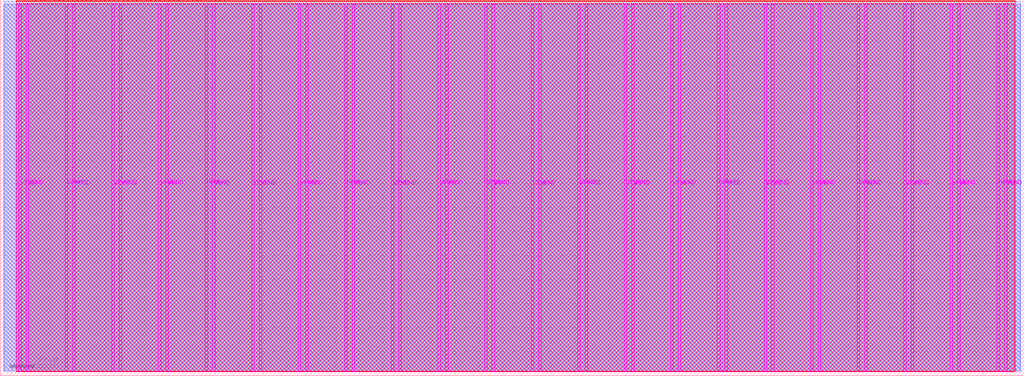
<source format=lef>
VERSION 5.7 ;
  NOWIREEXTENSIONATPIN ON ;
  DIVIDERCHAR "/" ;
  BUSBITCHARS "[]" ;
MACRO tt_um_tt_tinyQV
  CLASS BLOCK ;
  FOREIGN tt_um_tt_tinyQV ;
  ORIGIN 0.000 0.000 ;
  SIZE 854.400 BY 313.740 ;
  PIN VGND
    DIRECTION INOUT ;
    USE GROUND ;
    PORT
      LAYER TopMetal1 ;
        RECT 21.580 3.150 23.780 310.180 ;
    END
    PORT
      LAYER TopMetal1 ;
        RECT 60.450 3.150 62.650 310.180 ;
    END
    PORT
      LAYER TopMetal1 ;
        RECT 99.320 3.150 101.520 310.180 ;
    END
    PORT
      LAYER TopMetal1 ;
        RECT 138.190 3.150 140.390 310.180 ;
    END
    PORT
      LAYER TopMetal1 ;
        RECT 177.060 3.150 179.260 310.180 ;
    END
    PORT
      LAYER TopMetal1 ;
        RECT 215.930 3.150 218.130 310.180 ;
    END
    PORT
      LAYER TopMetal1 ;
        RECT 254.800 3.150 257.000 310.180 ;
    END
    PORT
      LAYER TopMetal1 ;
        RECT 293.670 3.150 295.870 310.180 ;
    END
    PORT
      LAYER TopMetal1 ;
        RECT 332.540 3.150 334.740 310.180 ;
    END
    PORT
      LAYER TopMetal1 ;
        RECT 371.410 3.150 373.610 310.180 ;
    END
    PORT
      LAYER TopMetal1 ;
        RECT 410.280 3.150 412.480 310.180 ;
    END
    PORT
      LAYER TopMetal1 ;
        RECT 449.150 3.150 451.350 310.180 ;
    END
    PORT
      LAYER TopMetal1 ;
        RECT 488.020 3.150 490.220 310.180 ;
    END
    PORT
      LAYER TopMetal1 ;
        RECT 526.890 3.150 529.090 310.180 ;
    END
    PORT
      LAYER TopMetal1 ;
        RECT 565.760 3.150 567.960 310.180 ;
    END
    PORT
      LAYER TopMetal1 ;
        RECT 604.630 3.150 606.830 310.180 ;
    END
    PORT
      LAYER TopMetal1 ;
        RECT 643.500 3.150 645.700 310.180 ;
    END
    PORT
      LAYER TopMetal1 ;
        RECT 682.370 3.150 684.570 310.180 ;
    END
    PORT
      LAYER TopMetal1 ;
        RECT 721.240 3.150 723.440 310.180 ;
    END
    PORT
      LAYER TopMetal1 ;
        RECT 760.110 3.150 762.310 310.180 ;
    END
    PORT
      LAYER TopMetal1 ;
        RECT 798.980 3.150 801.180 310.180 ;
    END
    PORT
      LAYER TopMetal1 ;
        RECT 837.850 3.150 840.050 310.180 ;
    END
  END VGND
  PIN VPWR
    DIRECTION INOUT ;
    USE POWER ;
    PORT
      LAYER TopMetal1 ;
        RECT 15.380 3.560 17.580 310.590 ;
    END
    PORT
      LAYER TopMetal1 ;
        RECT 54.250 3.560 56.450 310.590 ;
    END
    PORT
      LAYER TopMetal1 ;
        RECT 93.120 3.560 95.320 310.590 ;
    END
    PORT
      LAYER TopMetal1 ;
        RECT 131.990 3.560 134.190 310.590 ;
    END
    PORT
      LAYER TopMetal1 ;
        RECT 170.860 3.560 173.060 310.590 ;
    END
    PORT
      LAYER TopMetal1 ;
        RECT 209.730 3.560 211.930 310.590 ;
    END
    PORT
      LAYER TopMetal1 ;
        RECT 248.600 3.560 250.800 310.590 ;
    END
    PORT
      LAYER TopMetal1 ;
        RECT 287.470 3.560 289.670 310.590 ;
    END
    PORT
      LAYER TopMetal1 ;
        RECT 326.340 3.560 328.540 310.590 ;
    END
    PORT
      LAYER TopMetal1 ;
        RECT 365.210 3.560 367.410 310.590 ;
    END
    PORT
      LAYER TopMetal1 ;
        RECT 404.080 3.560 406.280 310.590 ;
    END
    PORT
      LAYER TopMetal1 ;
        RECT 442.950 3.560 445.150 310.590 ;
    END
    PORT
      LAYER TopMetal1 ;
        RECT 481.820 3.560 484.020 310.590 ;
    END
    PORT
      LAYER TopMetal1 ;
        RECT 520.690 3.560 522.890 310.590 ;
    END
    PORT
      LAYER TopMetal1 ;
        RECT 559.560 3.560 561.760 310.590 ;
    END
    PORT
      LAYER TopMetal1 ;
        RECT 598.430 3.560 600.630 310.590 ;
    END
    PORT
      LAYER TopMetal1 ;
        RECT 637.300 3.560 639.500 310.590 ;
    END
    PORT
      LAYER TopMetal1 ;
        RECT 676.170 3.560 678.370 310.590 ;
    END
    PORT
      LAYER TopMetal1 ;
        RECT 715.040 3.560 717.240 310.590 ;
    END
    PORT
      LAYER TopMetal1 ;
        RECT 753.910 3.560 756.110 310.590 ;
    END
    PORT
      LAYER TopMetal1 ;
        RECT 792.780 3.560 794.980 310.590 ;
    END
    PORT
      LAYER TopMetal1 ;
        RECT 831.650 3.560 833.850 310.590 ;
    END
  END VPWR
  PIN clk
    DIRECTION INPUT ;
    USE SIGNAL ;
    ANTENNAGATEAREA 1.450800 ;
    PORT
      LAYER Metal4 ;
        RECT 187.050 312.740 187.350 313.740 ;
    END
  END clk
  PIN ena
    DIRECTION INPUT ;
    USE SIGNAL ;
    PORT
      LAYER Metal4 ;
        RECT 190.890 312.740 191.190 313.740 ;
    END
  END ena
  PIN rst_n
    DIRECTION INPUT ;
    USE SIGNAL ;
    ANTENNAGATEAREA 0.213200 ;
    PORT
      LAYER Metal4 ;
        RECT 183.210 312.740 183.510 313.740 ;
    END
  END rst_n
  PIN ui_in[0]
    DIRECTION INPUT ;
    USE SIGNAL ;
    ANTENNAGATEAREA 0.180700 ;
    PORT
      LAYER Metal4 ;
        RECT 179.370 312.740 179.670 313.740 ;
    END
  END ui_in[0]
  PIN ui_in[1]
    DIRECTION INPUT ;
    USE SIGNAL ;
    ANTENNAGATEAREA 0.180700 ;
    PORT
      LAYER Metal4 ;
        RECT 175.530 312.740 175.830 313.740 ;
    END
  END ui_in[1]
  PIN ui_in[2]
    DIRECTION INPUT ;
    USE SIGNAL ;
    ANTENNAGATEAREA 0.180700 ;
    PORT
      LAYER Metal4 ;
        RECT 171.690 312.740 171.990 313.740 ;
    END
  END ui_in[2]
  PIN ui_in[3]
    DIRECTION INPUT ;
    USE SIGNAL ;
    ANTENNAGATEAREA 0.213200 ;
    PORT
      LAYER Metal4 ;
        RECT 167.850 312.740 168.150 313.740 ;
    END
  END ui_in[3]
  PIN ui_in[4]
    DIRECTION INPUT ;
    USE SIGNAL ;
    ANTENNAGATEAREA 0.213200 ;
    PORT
      LAYER Metal4 ;
        RECT 164.010 312.740 164.310 313.740 ;
    END
  END ui_in[4]
  PIN ui_in[5]
    DIRECTION INPUT ;
    USE SIGNAL ;
    ANTENNAGATEAREA 0.213200 ;
    PORT
      LAYER Metal4 ;
        RECT 160.170 312.740 160.470 313.740 ;
    END
  END ui_in[5]
  PIN ui_in[6]
    DIRECTION INPUT ;
    USE SIGNAL ;
    ANTENNAGATEAREA 0.180700 ;
    PORT
      LAYER Metal4 ;
        RECT 156.330 312.740 156.630 313.740 ;
    END
  END ui_in[6]
  PIN ui_in[7]
    DIRECTION INPUT ;
    USE SIGNAL ;
    ANTENNAGATEAREA 0.180700 ;
    PORT
      LAYER Metal4 ;
        RECT 152.490 312.740 152.790 313.740 ;
    END
  END ui_in[7]
  PIN uio_in[0]
    DIRECTION INPUT ;
    USE SIGNAL ;
    PORT
      LAYER Metal4 ;
        RECT 148.650 312.740 148.950 313.740 ;
    END
  END uio_in[0]
  PIN uio_in[1]
    DIRECTION INPUT ;
    USE SIGNAL ;
    ANTENNAGATEAREA 0.213200 ;
    PORT
      LAYER Metal4 ;
        RECT 144.810 312.740 145.110 313.740 ;
    END
  END uio_in[1]
  PIN uio_in[2]
    DIRECTION INPUT ;
    USE SIGNAL ;
    ANTENNAGATEAREA 0.213200 ;
    PORT
      LAYER Metal4 ;
        RECT 140.970 312.740 141.270 313.740 ;
    END
  END uio_in[2]
  PIN uio_in[3]
    DIRECTION INPUT ;
    USE SIGNAL ;
    PORT
      LAYER Metal4 ;
        RECT 137.130 312.740 137.430 313.740 ;
    END
  END uio_in[3]
  PIN uio_in[4]
    DIRECTION INPUT ;
    USE SIGNAL ;
    ANTENNAGATEAREA 0.213200 ;
    PORT
      LAYER Metal4 ;
        RECT 133.290 312.740 133.590 313.740 ;
    END
  END uio_in[4]
  PIN uio_in[5]
    DIRECTION INPUT ;
    USE SIGNAL ;
    ANTENNAGATEAREA 0.213200 ;
    PORT
      LAYER Metal4 ;
        RECT 129.450 312.740 129.750 313.740 ;
    END
  END uio_in[5]
  PIN uio_in[6]
    DIRECTION INPUT ;
    USE SIGNAL ;
    PORT
      LAYER Metal4 ;
        RECT 125.610 312.740 125.910 313.740 ;
    END
  END uio_in[6]
  PIN uio_in[7]
    DIRECTION INPUT ;
    USE SIGNAL ;
    PORT
      LAYER Metal4 ;
        RECT 121.770 312.740 122.070 313.740 ;
    END
  END uio_in[7]
  PIN uio_oe[0]
    DIRECTION OUTPUT ;
    USE SIGNAL ;
    ANTENNADIFFAREA 0.708600 ;
    PORT
      LAYER Metal4 ;
        RECT 56.490 312.740 56.790 313.740 ;
    END
  END uio_oe[0]
  PIN uio_oe[1]
    DIRECTION OUTPUT ;
    USE SIGNAL ;
    ANTENNADIFFAREA 0.708600 ;
    PORT
      LAYER Metal4 ;
        RECT 52.650 312.740 52.950 313.740 ;
    END
  END uio_oe[1]
  PIN uio_oe[2]
    DIRECTION OUTPUT ;
    USE SIGNAL ;
    ANTENNADIFFAREA 0.708600 ;
    PORT
      LAYER Metal4 ;
        RECT 48.810 312.740 49.110 313.740 ;
    END
  END uio_oe[2]
  PIN uio_oe[3]
    DIRECTION OUTPUT ;
    USE SIGNAL ;
    ANTENNADIFFAREA 0.708600 ;
    PORT
      LAYER Metal4 ;
        RECT 44.970 312.740 45.270 313.740 ;
    END
  END uio_oe[3]
  PIN uio_oe[4]
    DIRECTION OUTPUT ;
    USE SIGNAL ;
    ANTENNADIFFAREA 0.708600 ;
    PORT
      LAYER Metal4 ;
        RECT 41.130 312.740 41.430 313.740 ;
    END
  END uio_oe[4]
  PIN uio_oe[5]
    DIRECTION OUTPUT ;
    USE SIGNAL ;
    ANTENNAGATEAREA 0.542100 ;
    ANTENNADIFFAREA 0.632400 ;
    PORT
      LAYER Metal4 ;
        RECT 37.290 312.740 37.590 313.740 ;
    END
  END uio_oe[5]
  PIN uio_oe[6]
    DIRECTION OUTPUT ;
    USE SIGNAL ;
    ANTENNADIFFAREA 0.708600 ;
    PORT
      LAYER Metal4 ;
        RECT 33.450 312.740 33.750 313.740 ;
    END
  END uio_oe[6]
  PIN uio_oe[7]
    DIRECTION OUTPUT ;
    USE SIGNAL ;
    ANTENNADIFFAREA 0.708600 ;
    PORT
      LAYER Metal4 ;
        RECT 29.610 312.740 29.910 313.740 ;
    END
  END uio_oe[7]
  PIN uio_out[0]
    DIRECTION OUTPUT ;
    USE SIGNAL ;
    ANTENNADIFFAREA 0.708600 ;
    PORT
      LAYER Metal4 ;
        RECT 87.210 312.740 87.510 313.740 ;
    END
  END uio_out[0]
  PIN uio_out[1]
    DIRECTION OUTPUT ;
    USE SIGNAL ;
    ANTENNADIFFAREA 1.058000 ;
    PORT
      LAYER Metal4 ;
        RECT 83.370 312.740 83.670 313.740 ;
    END
  END uio_out[1]
  PIN uio_out[2]
    DIRECTION OUTPUT ;
    USE SIGNAL ;
    ANTENNADIFFAREA 1.146800 ;
    PORT
      LAYER Metal4 ;
        RECT 79.530 312.740 79.830 313.740 ;
    END
  END uio_out[2]
  PIN uio_out[3]
    DIRECTION OUTPUT ;
    USE SIGNAL ;
    ANTENNADIFFAREA 0.708600 ;
    PORT
      LAYER Metal4 ;
        RECT 75.690 312.740 75.990 313.740 ;
    END
  END uio_out[3]
  PIN uio_out[4]
    DIRECTION OUTPUT ;
    USE SIGNAL ;
    ANTENNADIFFAREA 0.706800 ;
    PORT
      LAYER Metal4 ;
        RECT 71.850 312.740 72.150 313.740 ;
    END
  END uio_out[4]
  PIN uio_out[5]
    DIRECTION OUTPUT ;
    USE SIGNAL ;
    ANTENNADIFFAREA 1.058000 ;
    PORT
      LAYER Metal4 ;
        RECT 68.010 312.740 68.310 313.740 ;
    END
  END uio_out[5]
  PIN uio_out[6]
    DIRECTION OUTPUT ;
    USE SIGNAL ;
    ANTENNADIFFAREA 0.708600 ;
    PORT
      LAYER Metal4 ;
        RECT 64.170 312.740 64.470 313.740 ;
    END
  END uio_out[6]
  PIN uio_out[7]
    DIRECTION OUTPUT ;
    USE SIGNAL ;
    ANTENNADIFFAREA 0.708600 ;
    PORT
      LAYER Metal4 ;
        RECT 60.330 312.740 60.630 313.740 ;
    END
  END uio_out[7]
  PIN uo_out[0]
    DIRECTION OUTPUT ;
    USE SIGNAL ;
    ANTENNADIFFAREA 1.135600 ;
    PORT
      LAYER Metal4 ;
        RECT 117.930 312.740 118.230 313.740 ;
    END
  END uo_out[0]
  PIN uo_out[1]
    DIRECTION OUTPUT ;
    USE SIGNAL ;
    ANTENNADIFFAREA 0.981400 ;
    PORT
      LAYER Metal4 ;
        RECT 114.090 312.740 114.390 313.740 ;
    END
  END uo_out[1]
  PIN uo_out[2]
    DIRECTION OUTPUT ;
    USE SIGNAL ;
    ANTENNADIFFAREA 1.008100 ;
    PORT
      LAYER Metal4 ;
        RECT 110.250 312.740 110.550 313.740 ;
    END
  END uo_out[2]
  PIN uo_out[3]
    DIRECTION OUTPUT ;
    USE SIGNAL ;
    ANTENNADIFFAREA 1.008100 ;
    PORT
      LAYER Metal4 ;
        RECT 106.410 312.740 106.710 313.740 ;
    END
  END uo_out[3]
  PIN uo_out[4]
    DIRECTION OUTPUT ;
    USE SIGNAL ;
    ANTENNADIFFAREA 1.008100 ;
    PORT
      LAYER Metal4 ;
        RECT 102.570 312.740 102.870 313.740 ;
    END
  END uo_out[4]
  PIN uo_out[5]
    DIRECTION OUTPUT ;
    USE SIGNAL ;
    ANTENNADIFFAREA 1.008100 ;
    PORT
      LAYER Metal4 ;
        RECT 98.730 312.740 99.030 313.740 ;
    END
  END uo_out[5]
  PIN uo_out[6]
    DIRECTION OUTPUT ;
    USE SIGNAL ;
    ANTENNADIFFAREA 0.706800 ;
    PORT
      LAYER Metal4 ;
        RECT 94.890 312.740 95.190 313.740 ;
    END
  END uo_out[6]
  PIN uo_out[7]
    DIRECTION OUTPUT ;
    USE SIGNAL ;
    ANTENNADIFFAREA 0.677200 ;
    PORT
      LAYER Metal4 ;
        RECT 91.050 312.740 91.350 313.740 ;
    END
  END uo_out[7]
  OBS
      LAYER GatPoly ;
        RECT 2.880 3.630 851.520 310.110 ;
      LAYER Metal1 ;
        RECT 2.880 3.560 851.520 310.180 ;
      LAYER Metal2 ;
        RECT 3.255 3.635 851.145 312.625 ;
      LAYER Metal3 ;
        RECT 3.215 3.680 851.185 312.585 ;
      LAYER Metal4 ;
        RECT 13.335 312.530 29.400 313.000 ;
        RECT 30.120 312.530 33.240 313.000 ;
        RECT 33.960 312.530 37.080 313.000 ;
        RECT 37.800 312.530 40.920 313.000 ;
        RECT 41.640 312.530 44.760 313.000 ;
        RECT 45.480 312.530 48.600 313.000 ;
        RECT 49.320 312.530 52.440 313.000 ;
        RECT 53.160 312.530 56.280 313.000 ;
        RECT 57.000 312.530 60.120 313.000 ;
        RECT 60.840 312.530 63.960 313.000 ;
        RECT 64.680 312.530 67.800 313.000 ;
        RECT 68.520 312.530 71.640 313.000 ;
        RECT 72.360 312.530 75.480 313.000 ;
        RECT 76.200 312.530 79.320 313.000 ;
        RECT 80.040 312.530 83.160 313.000 ;
        RECT 83.880 312.530 87.000 313.000 ;
        RECT 87.720 312.530 90.840 313.000 ;
        RECT 91.560 312.530 94.680 313.000 ;
        RECT 95.400 312.530 98.520 313.000 ;
        RECT 99.240 312.530 102.360 313.000 ;
        RECT 103.080 312.530 106.200 313.000 ;
        RECT 106.920 312.530 110.040 313.000 ;
        RECT 110.760 312.530 113.880 313.000 ;
        RECT 114.600 312.530 117.720 313.000 ;
        RECT 118.440 312.530 121.560 313.000 ;
        RECT 122.280 312.530 125.400 313.000 ;
        RECT 126.120 312.530 129.240 313.000 ;
        RECT 129.960 312.530 133.080 313.000 ;
        RECT 133.800 312.530 136.920 313.000 ;
        RECT 137.640 312.530 140.760 313.000 ;
        RECT 141.480 312.530 144.600 313.000 ;
        RECT 145.320 312.530 148.440 313.000 ;
        RECT 149.160 312.530 152.280 313.000 ;
        RECT 153.000 312.530 156.120 313.000 ;
        RECT 156.840 312.530 159.960 313.000 ;
        RECT 160.680 312.530 163.800 313.000 ;
        RECT 164.520 312.530 167.640 313.000 ;
        RECT 168.360 312.530 171.480 313.000 ;
        RECT 172.200 312.530 175.320 313.000 ;
        RECT 176.040 312.530 179.160 313.000 ;
        RECT 179.880 312.530 183.000 313.000 ;
        RECT 183.720 312.530 186.840 313.000 ;
        RECT 187.560 312.530 190.680 313.000 ;
        RECT 191.400 312.530 846.820 313.000 ;
        RECT 13.335 3.635 846.820 312.530 ;
      LAYER Metal5 ;
        RECT 13.295 3.470 845.905 310.270 ;
  END
END tt_um_tt_tinyQV
END LIBRARY


</source>
